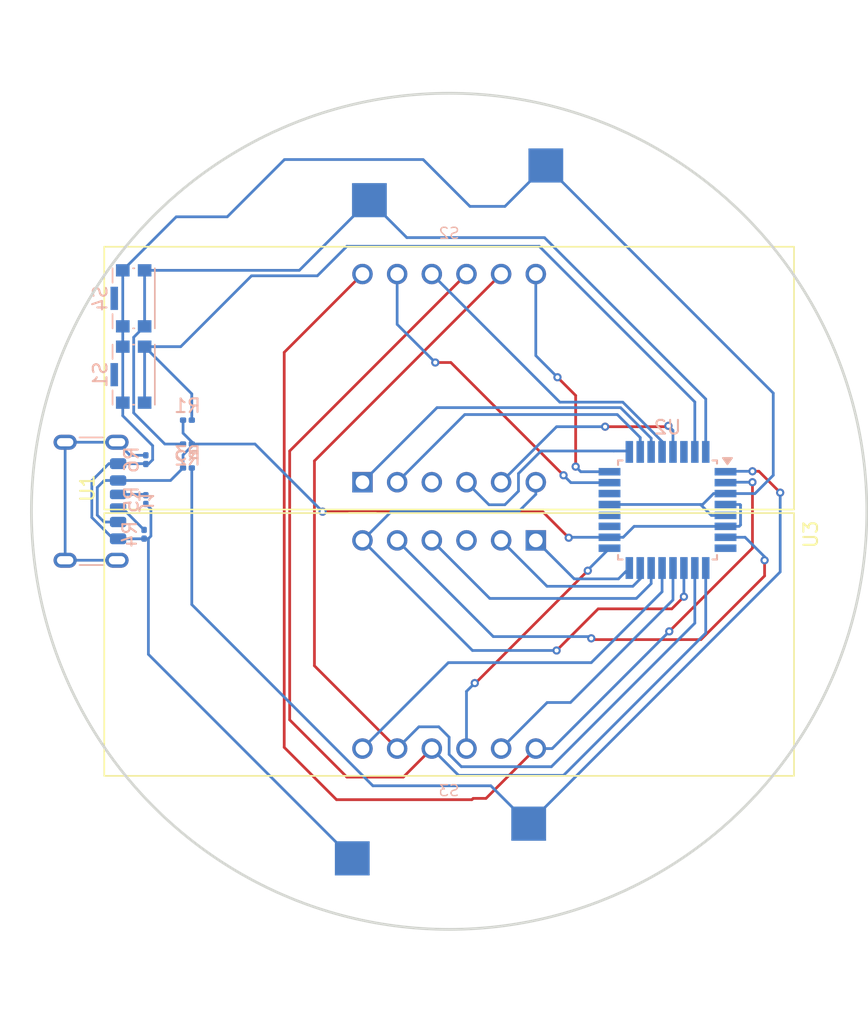
<source format=kicad_pcb>
(kicad_pcb (version 20240108) (generator "pcbnew") (generator_version "8.0")
  (layers (0 "F.Cu" signal) (31 "B.Cu" signal) (34 "B.Paste" user) (35 "F.Paste" user) (36 "B.SilkS" user "B.Silkscreen") (37 "F.SilkS" user "F.Silkscreen") (38 "B.Mask" user) (39 "F.Mask" user) (44 "Edge.Cuts" user))
  (net 0 "")
  (net 1 "GND")
  (net 2 "D1")
  (net 3 "Vcc")
  (net 4 "D2")
  (net 5 "D3")
  (net 6 "Net-(U1-c)")
  (net 7 "DIG4")
  (net 8 "Net-(U1-d)")
  (net 10 "Net-(U1-a)")
  (net 11 "Net-(U1-f)")
  (net 12 "DIG2")
  (net 13 "DIG1")
  (net 14 "Net-(U1-b)")
  (net 15 "DIG3")
  (net 16 "Net-(U1-g)")
  (net 17 "Net-(U1-e)")
  (net 18 "Net-(U2-PB1)")
  (net 21 "Net-(U2-PB2)")
  (net 22 "Net-(U2-PB5)")
  (net 23 "Net-(U2-PB4)")
  (net 25 "Net-(U2-PB0)")
  (net 28 "Net-(U2-PB3)")
  (net 29 "Net-(U2-XTAL1{slash}PB6)")
  (net 31 "Net-(J1-SHIELD)")
  (net 32 "Net-(J1-CC1)")
  (net 33 "Net-(J1-CC2)")
  (footprint "Display_7Segment:CA56-12CGKWA" (layer "F.Cu") (at 164.592 96.843 -90)
    (property "Reference" "U3" (at -0.44 -20.15 90) (layer "F.SilkS"))
    (property "Value" "CA56-12CGKWA")
    (fp_line (start -2 31.62) (end 17.24 31.62) (stroke (width 0.12)) (layer "F.SilkS"))
    (fp_line (start 17.24 31.62) (end 17.24 -18.92) (stroke (width 0.12)) (layer "F.SilkS"))
    (fp_line (start -2.25 -1) (end -2.25 1) (stroke (width 0.12)) (layer "F.SilkS"))
    (fp_line (start -2 -18.92) (end -2 31.62) (stroke (width 0.12)) (layer "F.SilkS"))
    (fp_line (start -2 -18.92) (end 17.24 -18.92) (stroke (width 0.12)) (layer "F.SilkS"))
    (pad "1" thru_hole rect (at 0 0 270) (size 1.5 1.5) (drill 1) (layers "*.Cu" "*.Mask") (net 23 "Net-(U2-PB4)"))
    (pad "2" thru_hole circle (at 0 2.54 270) (size 1.5 1.5) (drill 1) (layers "*.Cu" "*.Mask") (net 28 "Net-(U2-PB3)"))
    (pad "3" thru_hole circle (at 0 5.08 270) (size 1.5 1.5) (drill 1) (layers "*.Cu" "*.Mask"))
    (pad "4" thru_hole circle (at 0 7.62 270) (size 1.5 1.5) (drill 1) (layers "*.Cu" "*.Mask") (net 21 "Net-(U2-PB2)"))
    (pad "5" thru_hole circle (at 0 10.16 270) (size 1.5 1.5) (drill 1) (layers "*.Cu" "*.Mask") (net 29 "Net-(U2-XTAL1{slash}PB6)"))
    (pad "6" thru_hole circle (at 0 12.7 270) (size 1.5 1.5) (drill 1) (layers "*.Cu" "*.Mask") (net 7 "DIG4"))
    (pad "7" thru_hole circle (at 15.24 12.7 270) (size 1.5 1.5) (drill 1) (layers "*.Cu" "*.Mask") (net 18 "Net-(U2-PB1)"))
    (pad "8" thru_hole circle (at 15.24 10.16 270) (size 1.5 1.5) (drill 1) (layers "*.Cu" "*.Mask") (net 15 "DIG3"))
    (pad "9" thru_hole circle (at 15.24 7.62 270) (size 1.5 1.5) (drill 1) (layers "*.Cu" "*.Mask") (net 12 "DIG2"))
    (pad "10" thru_hole circle (at 15.24 5.08 270) (size 1.5 1.5) (drill 1) (layers "*.Cu" "*.Mask") (net 22 "Net-(U2-PB5)"))
    (pad "11" thru_hole circle (at 15.24 2.54 270) (size 1.5 1.5) (drill 1) (layers "*.Cu" "*.Mask") (net 25 "Net-(U2-PB0)"))
    (pad "12" thru_hole circle (at 15.24 0 270) (size 1.5 1.5) (drill 1) (layers "*.Cu" "*.Mask") (net 13 "DIG1"))
  )
  (footprint "Display_7Segment:CA56-12CGKWA" (layer "F.Cu") (at 151.892 92.583 90)
    (property "Reference" "U1" (at -0.44 -20.15 90) (layer "F.SilkS"))
    (property "Value" "CA56-12CGKWA")
    (fp_line (start -2 -18.92) (end 17.24 -18.92) (stroke (width 0.12)) (layer "F.SilkS"))
    (fp_line (start -2 -18.92) (end -2 31.62) (stroke (width 0.12)) (layer "F.SilkS"))
    (fp_line (start -2.25 -1) (end -2.25 1) (stroke (width 0.12)) (layer "F.SilkS"))
    (fp_line (start 17.24 31.62) (end 17.24 -18.92) (stroke (width 0.12)) (layer "F.SilkS"))
    (fp_line (start -2 31.62) (end 17.24 31.62) (stroke (width 0.12)) (layer "F.SilkS"))
    (pad "1" thru_hole rect (at 0 0 90) (size 1.5 1.5) (drill 1) (layers "*.Cu" "*.Mask") (net 17 "Net-(U1-e)"))
    (pad "2" thru_hole circle (at 0 2.54 90) (size 1.5 1.5) (drill 1) (layers "*.Cu" "*.Mask") (net 8 "Net-(U1-d)"))
    (pad "3" thru_hole circle (at 0 5.08 90) (size 1.5 1.5) (drill 1) (layers "*.Cu" "*.Mask"))
    (pad "4" thru_hole circle (at 0 7.62 90) (size 1.5 1.5) (drill 1) (layers "*.Cu" "*.Mask") (net 6 "Net-(U1-c)"))
    (pad "5" thru_hole circle (at 0 10.16 90) (size 1.5 1.5) (drill 1) (layers "*.Cu" "*.Mask") (net 16 "Net-(U1-g)"))
    (pad "6" thru_hole circle (at 0 12.7 90) (size 1.5 1.5) (drill 1) (layers "*.Cu" "*.Mask") (net 7 "DIG4"))
    (pad "7" thru_hole circle (at 15.24 12.7 90) (size 1.5 1.5) (drill 1) (layers "*.Cu" "*.Mask") (net 14 "Net-(U1-b)"))
    (pad "8" thru_hole circle (at 15.24 10.16 90) (size 1.5 1.5) (drill 1) (layers "*.Cu" "*.Mask") (net 15 "DIG3"))
    (pad "9" thru_hole circle (at 15.24 7.62 90) (size 1.5 1.5) (drill 1) (layers "*.Cu" "*.Mask") (net 12 "DIG2"))
    (pad "10" thru_hole circle (at 15.24 5.08 90) (size 1.5 1.5) (drill 1) (layers "*.Cu" "*.Mask") (net 11 "Net-(U1-f)"))
    (pad "11" thru_hole circle (at 15.24 2.54 90) (size 1.5 1.5) (drill 1) (layers "*.Cu" "*.Mask") (net 10 "Net-(U1-a)"))
    (pad "12" thru_hole circle (at 15.24 0 90) (size 1.5 1.5) (drill 1) (layers "*.Cu" "*.Mask") (net 13 "DIG1"))
  )
  (footprint "kbd:keyswitch_cherrymx_hotswap_1u" (layer "B.Cu") (at 158.2285 122.661 180)
    (property "Reference" "S3" (at 0 7.5 0) (layer "B.SilkS") (effects (font (size 0.8 0.8) (thickness 0.1) (bold yes)) (justify mirror)))
    (property "Value" "Keyswitch" (hide yes))
    (pad "" np_thru_hole circle (at -2.54 5.08 180) (size 3 3) (drill 3) (layers "F&B.Cu" "*.Mask"))
    (pad "" np_thru_hole circle (at 0 0 270) (size 4.1 4.1) (drill 4.1) (layers "*.Cu" "*.Mask"))
    (pad "" np_thru_hole circle (at 3.81 2.54 180) (size 3 3) (drill 3) (layers "F&B.Cu" "*.Mask"))
    (pad "1" smd rect (at 7.085 2.54) (size 2.55 2.5) (layers "B.Cu" "B.Paste" "B.Mask") (net 1 "GND"))
    (pad "2" smd rect (at -5.842 5.08) (size 2.55 2.5) (layers "B.Cu" "B.Paste" "B.Mask") (net 5 "D3"))
  )
  (footprint "Resistor_SMD:R_0201_0603Metric" (layer "B.Cu") (at 139.065 89.789)
    (property "Reference" "R2" (at 0 1.05 0) (layer "B.SilkS") (effects (justify mirror)))
    (property "Value" "1K")
    (pad "1" smd roundrect (at -0.32 0) (size 0.46 0.4) (layers "B.Cu" "B.Mask") (net 4 "D2"))
    (pad "2" smd roundrect (at 0.32 0) (size 0.46 0.4) (layers "B.Cu" "B.Mask") (net 3 "Vcc"))
  )
  (footprint "Resistor_SMD:R_0201_0603Metric" (layer "B.Cu") (at 136.017 93.853 -90)
    (property "Reference" "R5" (at 0 1.05 90) (layer "B.SilkS") (effects (justify mirror)))
    (property "Value" "5.11 K")
    (pad "1" smd roundrect (at -0.32 0 270) (size 0.46 0.4) (layers "B.Cu" "B.Mask") (net 33 "Net-(J1-CC2)"))
    (pad "2" smd roundrect (at 0.32 0 270) (size 0.46 0.4) (layers "B.Cu" "B.Mask") (net 1 "GND"))
  )
  (footprint "Resistor_SMD:R_0201_0603Metric" (layer "B.Cu") (at 139.065 88.039 180)
    (property "Reference" "R1" (at 0 1.05 0) (layer "B.SilkS") (effects (justify mirror)))
    (property "Value" "1K")
    (pad "1" smd roundrect (at -0.32 0 180) (size 0.46 0.4) (layers "B.Cu" "B.Mask") (net 2 "D1"))
    (pad "2" smd roundrect (at 0.32 0 180) (size 0.46 0.4) (layers "B.Cu" "B.Mask") (net 3 "Vcc"))
  )
  (footprint "kbd:keyswitch_cherrymx_hotswap_1u" (layer "B.Cu") (at 158.242 66.854821)
    (property "Reference" "S2" (at 0 7.5 0) (layer "B.SilkS") (effects (font (size 0.8 0.8) (thickness 0.1) (bold yes)) (justify mirror)))
    (property "Value" "Keyswitch" (hide yes))
    (pad "" np_thru_hole circle (at -2.54 5.08) (size 3 3) (drill 3) (layers "F&B.Cu" "*.Mask"))
    (pad "" np_thru_hole circle (at 0 0 90) (size 4.1 4.1) (drill 4.1) (layers "*.Cu" "*.Mask"))
    (pad "" np_thru_hole circle (at 3.81 2.54) (size 3 3) (drill 3) (layers "F&B.Cu" "*.Mask"))
    (pad "1" smd rect (at 7.085 2.54 180) (size 2.55 2.5) (layers "B.Cu" "B.Paste" "B.Mask") (net 1 "GND"))
    (pad "2" smd rect (at -5.842 5.08 180) (size 2.55 2.5) (layers "B.Cu" "B.Paste" "B.Mask") (net 4 "D2"))
  )
  (footprint "Button_Switch_SMD:SW_Push_1P1T-SH_NO_CK_KMR2xxG" (layer "B.Cu") (at 135.128 84.709 -90)
    (property "Reference" "S1" (at 0 2.45 90) (layer "B.SilkS") (effects (justify mirror)))
    (property "Value" "Keyswitch")
    (fp_line (start -2.2 1.55) (end -1.15 1.55) (stroke (width 0.12)) (layer "B.SilkS"))
    (fp_line (start 1.15 1.55) (end 2.2 1.55) (stroke (width 0.12)) (layer "B.SilkS"))
    (fp_line (start -2.2 0.05) (end -2.2 -0.05) (stroke (width 0.12)) (layer "B.SilkS"))
    (fp_line (start 2.2 0.05) (end 2.2 -0.05) (stroke (width 0.12)) (layer "B.SilkS"))
    (fp_line (start 2.2 -1.55) (end -2.2 -1.55) (stroke (width 0.12)) (layer "B.SilkS"))
    (pad "1" smd rect (at -2.05 0.8 270) (size 0.9 1) (layers "B.Cu" "B.Paste" "B.Mask") (net 1 "GND"))
    (pad "1" smd rect (at 2.05 0.8 270) (size 0.9 1) (layers "B.Cu" "B.Paste" "B.Mask") (net 1 "GND"))
    (pad "2" smd rect (at -2.05 -0.8 270) (size 0.9 1) (layers "B.Cu" "B.Paste" "B.Mask") (net 2 "D1"))
    (pad "2" smd rect (at 2.05 -0.8 270) (size 0.9 1) (layers "B.Cu" "B.Paste" "B.Mask") (net 2 "D1"))
    (pad "SH" smd rect (at 0 1.425 270) (size 1.7 0.55) (layers "B.Cu" "B.Paste" "B.Mask"))
  )
  (footprint "Resistor_SMD:R_0201_0603Metric" (layer "B.Cu") (at 135.89 96.393 -90)
    (property "Reference" "R4" (at 0 1.05 90) (layer "B.SilkS") (effects (justify mirror)))
    (property "Value" "5.11 K")
    (pad "1" smd roundrect (at -0.32 0 270) (size 0.46 0.4) (layers "B.Cu" "B.Mask") (net 32 "Net-(J1-CC1)"))
    (pad "2" smd roundrect (at 0.32 0 270) (size 0.46 0.4) (layers "B.Cu" "B.Mask") (net 1 "GND"))
  )
  (footprint "Resistor_SMD:R_0201_0603Metric" (layer "B.Cu") (at 136.017 90.932 -90)
    (property "Reference" "R6" (at 0 1.05 90) (layer "B.SilkS") (effects (justify mirror)))
    (property "Value" "1M resistor")
    (pad "1" smd roundrect (at -0.32 0 270) (size 0.46 0.4) (layers "B.Cu" "B.Mask") (net 31 "Net-(J1-SHIELD)"))
    (pad "2" smd roundrect (at 0.32 0 270) (size 0.46 0.4) (layers "B.Cu" "B.Mask") (net 1 "GND"))
  )
  (footprint "Button_Switch_SMD:SW_Push_1P1T-SH_NO_CK_KMR2xxG" (layer "B.Cu") (at 135.128 79.121 -90)
    (property "Reference" "S4" (at 0 2.45 90) (layer "B.SilkS") (effects (justify mirror)))
    (property "Value" "Keyswitch")
    (fp_line (start -2.2 1.55) (end -1.15 1.55) (stroke (width 0.12)) (layer "B.SilkS"))
    (fp_line (start 1.15 1.55) (end 2.2 1.55) (stroke (width 0.12)) (layer "B.SilkS"))
    (fp_line (start -2.2 0.05) (end -2.2 -0.05) (stroke (width 0.12)) (layer "B.SilkS"))
    (fp_line (start 2.2 0.05) (end 2.2 -0.05) (stroke (width 0.12)) (layer "B.SilkS"))
    (fp_line (start 2.2 -1.55) (end -2.2 -1.55) (stroke (width 0.12)) (layer "B.SilkS"))
    (pad "1" smd rect (at -2.05 0.8 270) (size 0.9 1) (layers "B.Cu" "B.Paste" "B.Mask") (net 1 "GND"))
    (pad "1" smd rect (at 2.05 0.8 270) (size 0.9 1) (layers "B.Cu" "B.Paste" "B.Mask") (net 1 "GND"))
    (pad "2" smd rect (at -2.05 -0.8 270) (size 0.9 1) (layers "B.Cu" "B.Paste" "B.Mask") (net 4 "D2"))
    (pad "2" smd rect (at 2.05 -0.8 270) (size 0.9 1) (layers "B.Cu" "B.Paste" "B.Mask") (net 4 "D2"))
    (pad "SH" smd rect (at 0 1.425 270) (size 1.7 0.55) (layers "B.Cu" "B.Paste" "B.Mask"))
  )
  (footprint "Connector_USB:USB_C_Receptacle_GCT_USB4125-xx-x_6P_TopMnt_Horizontal" (layer "B.Cu") (at 130.905 93.976 90)
    (property "Reference" "J1" (at 0 5.1 -90) (layer "B.SilkS") (effects (justify mirror)))
    (property "Value" "USB_C_Receptacle_PowerOnly_6P")
    (fp_line (start 4.67 1.95) (end 4.67 0.25) (stroke (width 0.12)) (layer "B.SilkS"))
    (fp_line (start -4.67 1.95) (end -4.67 0.25) (stroke (width 0.12)) (layer "B.SilkS"))
    (pad "A5" smd roundrect (at -0.5 3.08 90) (size 0.7 1.2) (layers "B.Cu" "B.Paste" "B.Mask") (net 32 "Net-(J1-CC1)"))
    (pad "A9" smd roundrect (at 1.52 3.08 270) (size 0.76 1.2) (layers "B.Cu" "B.Paste" "B.Mask") (net 3 "Vcc"))
    (pad "A12" smd roundrect (at 2.75 3.08 270) (size 0.8 1.2) (layers "B.Cu" "B.Paste" "B.Mask") (net 1 "GND"))
    (pad "B5" smd roundrect (at 0.5 3.08 270) (size 0.7 1.2) (layers "B.Cu" "B.Paste" "B.Mask") (net 33 "Net-(J1-CC2)"))
    (pad "B9" smd roundrect (at -1.52 3.08 90) (size 0.76 1.2) (layers "B.Cu" "B.Paste" "B.Mask") (net 3 "Vcc"))
    (pad "B12" smd roundrect (at -2.75 3.08 90) (size 0.8 1.2) (layers "B.Cu" "B.Paste" "B.Mask") (net 1 "GND"))
    (pad "S1" thru_hole oval (at -4.32 -0.8 90) (size 1.1 1.7) (drill oval 0.6 1.2) (layers "*.Cu" "*.Mask" "B.Paste") (net 31 "Net-(J1-SHIELD)"))
    (pad "S1" thru_hole oval (at -4.32 3 90) (size 1.1 1.7) (drill oval 0.6 1.2) (layers "*.Cu" "*.Mask" "B.Paste") (net 31 "Net-(J1-SHIELD)"))
    (pad "S1" thru_hole oval (at 4.32 -0.8 90) (size 1.1 1.7) (drill oval 0.6 1.2) (layers "*.Cu" "*.Mask" "B.Paste") (net 31 "Net-(J1-SHIELD)"))
    (pad "S1" thru_hole oval (at 4.32 3 90) (size 1.1 1.7) (drill oval 0.6 1.2) (layers "*.Cu" "*.Mask" "B.Paste") (net 31 "Net-(J1-SHIELD)"))
  )
  (footprint "Package_QFP:TQFP-32_7x7mm_P0.8mm" (layer "B.Cu") (at 174.244 94.615 180)
    (property "Reference" "U2" (at 0 6.05 0) (layer "B.SilkS") (effects (justify mirror)))
    (property "Value" "ATmega328-A")
    (fp_line (start 3.625 3.3) (end 3.625 3.625) (stroke (width 0.15)) (layer "B.SilkS"))
    (fp_line (start 3.625 -3.3) (end 3.625 -3.625) (stroke (width 0.15)) (layer "B.SilkS"))
    (fp_line (start 3.3 3.625) (end 3.625 3.625) (stroke (width 0.15)) (layer "B.SilkS"))
    (fp_line (start 3.3 -3.625) (end 3.625 -3.625) (stroke (width 0.15)) (layer "B.SilkS"))
    (fp_line (start -3.3 3.625) (end -3.625 3.625) (stroke (width 0.15)) (layer "B.SilkS"))
    (fp_line (start -3.3 -3.625) (end -3.625 -3.625) (stroke (width 0.15)) (layer "B.SilkS"))
    (fp_line (start -3.625 3.4) (end -3.625 3.625) (stroke (width 0.15)) (layer "B.SilkS"))
    (fp_line (start -3.625 -3.3) (end -3.625 -3.625) (stroke (width 0.15)) (layer "B.SilkS"))
    (fp_poly (pts (xy -4.39 3.34) (xy -4.73 3.81) (xy -4.05 3.81) (xy -4.39 3.34)) (stroke (width 0.12)) (fill solid) (layer "B.SilkS"))
    (pad "1" smd rect (at -4.25 2.8 180) (size 1.6 0.55) (layers "B.Cu" "B.Paste" "B.Mask") (net 5 "D3"))
    (pad "2" smd rect (at -4.25 2 180) (size 1.6 0.55) (layers "B.Cu" "B.Paste" "B.Mask") (net 13 "DIG1"))
    (pad "3" smd rect (at -4.25 1.2 180) (size 1.6 0.55) (layers "B.Cu" "B.Paste" "B.Mask") (net 1 "GND"))
    (pad "4" smd rect (at -4.25 0.4 180) (size 1.6 0.55) (layers "B.Cu" "B.Paste" "B.Mask") (net 3 "Vcc"))
    (pad "5" smd rect (at -4.25 -0.4 180) (size 1.6 0.55) (layers "B.Cu" "B.Paste" "B.Mask") (net 1 "GND"))
    (pad "6" smd rect (at -4.25 -1.2 180) (size 1.6 0.55) (layers "B.Cu" "B.Paste" "B.Mask") (net 3 "Vcc"))
    (pad "7" smd rect (at -4.25 -2 180) (size 1.6 0.55) (layers "B.Cu" "B.Paste" "B.Mask") (net 29 "Net-(U2-XTAL1{slash}PB6)"))
    (pad "8" smd rect (at -4.25 -2.8 180) (size 1.6 0.55) (layers "B.Cu" "B.Paste" "B.Mask"))
    (pad "9" smd rect (at -2.8 -4.25 90) (size 1.6 0.55) (layers "B.Cu" "B.Paste" "B.Mask") (net 12 "DIG2"))
    (pad "10" smd rect (at -2 -4.25 90) (size 1.6 0.55) (layers "B.Cu" "B.Paste" "B.Mask") (net 15 "DIG3"))
    (pad "11" smd rect (at -1.2 -4.25 90) (size 1.6 0.55) (layers "B.Cu" "B.Paste" "B.Mask") (net 7 "DIG4"))
    (pad "12" smd rect (at -0.4 -4.25 90) (size 1.6 0.55) (layers "B.Cu" "B.Paste" "B.Mask") (net 25 "Net-(U2-PB0)"))
    (pad "13" smd rect (at 0.4 -4.25 90) (size 1.6 0.55) (layers "B.Cu" "B.Paste" "B.Mask") (net 18 "Net-(U2-PB1)"))
    (pad "14" smd rect (at 1.2 -4.25 90) (size 1.6 0.55) (layers "B.Cu" "B.Paste" "B.Mask") (net 21 "Net-(U2-PB2)"))
    (pad "15" smd rect (at 2 -4.25 90) (size 1.6 0.55) (layers "B.Cu" "B.Paste" "B.Mask") (net 28 "Net-(U2-PB3)"))
    (pad "16" smd rect (at 2.8 -4.25 90) (size 1.6 0.55) (layers "B.Cu" "B.Paste" "B.Mask") (net 23 "Net-(U2-PB4)"))
    (pad "17" smd rect (at 4.25 -2.8 180) (size 1.6 0.55) (layers "B.Cu" "B.Paste" "B.Mask") (net 22 "Net-(U2-PB5)"))
    (pad "18" smd rect (at 4.25 -2 180) (size 1.6 0.55) (layers "B.Cu" "B.Paste" "B.Mask") (net 3 "Vcc"))
    (pad "19" smd rect (at 4.25 -1.2 180) (size 1.6 0.55) (layers "B.Cu" "B.Paste" "B.Mask"))
    (pad "20" smd rect (at 4.25 -0.4 180) (size 1.6 0.55) (layers "B.Cu" "B.Paste" "B.Mask"))
    (pad "21" smd rect (at 4.25 0.4 180) (size 1.6 0.55) (layers "B.Cu" "B.Paste" "B.Mask") (net 1 "GND"))
    (pad "22" smd rect (at 4.25 1.2 180) (size 1.6 0.55) (layers "B.Cu" "B.Paste" "B.Mask"))
    (pad "23" smd rect (at 4.25 2 180) (size 1.6 0.55) (layers "B.Cu" "B.Paste" "B.Mask") (net 10 "Net-(U1-a)"))
    (pad "24" smd rect (at 4.25 2.8 180) (size 1.6 0.55) (layers "B.Cu" "B.Paste" "B.Mask") (net 14 "Net-(U1-b)"))
    (pad "25" smd rect (at 2.8 4.25 90) (size 1.6 0.55) (layers "B.Cu" "B.Paste" "B.Mask") (net 6 "Net-(U1-c)"))
    (pad "26" smd rect (at 2 4.25 90) (size 1.6 0.55) (layers "B.Cu" "B.Paste" "B.Mask") (net 8 "Net-(U1-d)"))
    (pad "27" smd rect (at 1.2 4.25 90) (size 1.6 0.55) (layers "B.Cu" "B.Paste" "B.Mask") (net 17 "Net-(U1-e)"))
    (pad "28" smd rect (at 0.4 4.25 90) (size 1.6 0.55) (layers "B.Cu" "B.Paste" "B.Mask") (net 11 "Net-(U1-f)"))
    (pad "29" smd rect (at -0.4 4.25 90) (size 1.6 0.55) (layers "B.Cu" "B.Paste" "B.Mask") (net 16 "Net-(U1-g)"))
    (pad "30" smd rect (at -1.2 4.25 90) (size 1.6 0.55) (layers "B.Cu" "B.Paste" "B.Mask"))
    (pad "31" smd rect (at -2 4.25 90) (size 1.6 0.55) (layers "B.Cu" "B.Paste" "B.Mask") (net 2 "D1"))
    (pad "32" smd rect (at -2.8 4.25 90) (size 1.6 0.55) (layers "B.Cu" "B.Paste" "B.Mask") (net 4 "D2"))
  )
  (footprint "Resistor_SMD:R_0201_0603Metric" (layer "B.Cu") (at 139.065 91.539 180)
    (property "Reference" "R3" (at 0 1.05 0) (layer "B.SilkS") (effects (justify mirror)))
    (property "Value" "1K")
    (pad "1" smd roundrect (at -0.32 0 180) (size 0.46 0.4) (layers "B.Cu" "B.Mask") (net 5 "D3"))
    (pad "2" smd roundrect (at 0.32 0 180) (size 0.46 0.4) (layers "B.Cu" "B.Mask") (net 3 "Vcc"))
  )
  (gr_circle (center 158.242 94.713) (end 188.849 94.869) (stroke (width 0.2)) (fill none) (layer "Edge.Cuts"))
  (segment (start 135.991 91.226) (end 136.017 91.252) (width 0.2) (layer "B.Cu") (net 1))
  (segment (start 136.205 96.713) (end 135.89 96.713) (width 0.2) (layer "B.Cu") (net 1))
  (segment (start 177.457 95.015) (end 178.494 95.015) (width 0.2) (layer "B.Cu") (net 1))
  (segment (start 138.247 73.152) (end 141.986 73.152) (width 0.2) (layer "B.Cu") (net 1))
  (segment (start 136.39 96.528) (end 136.205 96.713) (width 0.2) (layer "B.Cu") (net 1))
  (segment (start 133.625314 96.726) (end 132.061 95.161686) (width 0.2) (layer "B.Cu") (net 1))
  (segment (start 136.017 94.173) (end 136.39 94.546) (width 0.2) (layer "B.Cu") (net 1))
  (segment (start 176.657 94.215) (end 177.457 95.015) (width 0.2) (layer "B.Cu") (net 1))
  (segment (start 136.017 91.252) (end 136.205 91.252) (width 0.2) (layer "B.Cu") (net 1))
  (segment (start 136.517 89.908) (end 134.328 87.719) (width 0.2) (layer "B.Cu") (net 1))
  (segment (start 134.328 87.719) (end 134.328 86.759) (width 0.2) (layer "B.Cu") (net 1))
  (segment (start 169.994 94.215) (end 176.657 94.215) (width 0.2) (layer "B.Cu") (net 1))
  (segment (start 136.517 90.94) (end 136.517 89.908) (width 0.2) (layer "B.Cu") (net 1))
  (segment (start 132.061 92.475) (end 133.31 91.226) (width 0.2) (layer "B.Cu") (net 1))
  (segment (start 181.991 86.058821) (end 165.327 69.394821) (width 0.2) (layer "B.Cu") (net 1))
  (segment (start 176.657 94.215) (end 176.819 94.215) (width 0.2) (layer "B.Cu") (net 1))
  (segment (start 136.205 105.1825) (end 151.1435 120.121) (width 0.2) (layer "B.Cu") (net 1))
  (segment (start 134.328 77.071) (end 138.247 73.152) (width 0.2) (layer "B.Cu") (net 1))
  (segment (start 136.205 96.713) (end 136.205 105.1825) (width 0.2) (layer "B.Cu") (net 1))
  (segment (start 134.328 77.071) (end 134.328 81.171) (width 0.2) (layer "B.Cu") (net 1))
  (segment (start 162.331821 72.39) (end 165.327 69.394821) (width 0.2) (layer "B.Cu") (net 1))
  (segment (start 133.985 96.726) (end 133.625314 96.726) (width 0.2) (layer "B.Cu") (net 1))
  (segment (start 146.177 68.961) (end 156.337 68.961) (width 0.2) (layer "B.Cu") (net 1))
  (segment (start 136.205 91.252) (end 136.517 90.94) (width 0.2) (layer "B.Cu") (net 1))
  (segment (start 133.31 91.226) (end 133.985 91.226) (width 0.2) (layer "B.Cu") (net 1))
  (segment (start 134.328 82.659) (end 134.328 86.759) (width 0.2) (layer "B.Cu") (net 1))
  (segment (start 133.985 96.726) (end 135.877 96.726) (width 0.2) (layer "B.Cu") (net 1))
  (segment (start 141.986 73.152) (end 146.177 68.961) (width 0.2) (layer "B.Cu") (net 1))
  (segment (start 176.819 94.215) (end 177.619 93.415) (width 0.2) (layer "B.Cu") (net 1))
  (segment (start 133.985 91.226) (end 135.991 91.226) (width 0.2) (layer "B.Cu") (net 1))
  (segment (start 134.328 77.071) (end 134.328 77) (width 0.2) (layer "B.Cu") (net 1))
  (segment (start 134.328 81.171) (end 134.328 82.659) (width 0.2) (layer "B.Cu") (net 1))
  (segment (start 136.39 94.546) (end 136.39 96.528) (width 0.2) (layer "B.Cu") (net 1))
  (segment (start 159.766 72.39) (end 162.331821 72.39) (width 0.2) (layer "B.Cu") (net 1))
  (segment (start 156.337 68.961) (end 159.766 72.39) (width 0.2) (layer "B.Cu") (net 1))
  (segment (start 177.619 93.415) (end 178.494 93.415) (width 0.2) (layer "B.Cu") (net 1))
  (segment (start 135.877 96.726) (end 135.89 96.713) (width 0.2) (layer "B.Cu") (net 1))
  (segment (start 181.991 92.075) (end 181.991 86.058821) (width 0.2) (layer "B.Cu") (net 1))
  (segment (start 178.494 93.415) (end 180.651 93.415) (width 0.2) (layer "B.Cu") (net 1))
  (segment (start 180.651 93.415) (end 181.991 92.075) (width 0.2) (layer "B.Cu") (net 1))
  (segment (start 132.061 95.161686) (end 132.061 92.475) (width 0.2) (layer "B.Cu") (net 1))
  (segment (start 139.385 88.039) (end 139.385 86.116) (width 0.2) (layer "B.Cu") (net 2))
  (segment (start 150.749 75.311) (end 148.589 77.471) (width 0.2) (layer "B.Cu") (net 2))
  (segment (start 164.846 75.311) (end 150.749 75.311) (width 0.2) (layer "B.Cu") (net 2))
  (segment (start 139.385 86.116) (end 135.928 82.659) (width 0.2) (layer "B.Cu") (net 2))
  (segment (start 176.244 86.709) (end 164.846 75.311) (width 0.2) (layer "B.Cu") (net 2))
  (segment (start 135.928 82.659) (end 135.928 86.759) (width 0.2) (layer "B.Cu") (net 2))
  (segment (start 138.575 82.659) (end 135.928 82.659) (width 0.2) (layer "B.Cu") (net 2))
  (segment (start 176.244 90.365) (end 176.244 86.709) (width 0.2) (layer "B.Cu") (net 2))
  (segment (start 143.763 77.471) (end 138.575 82.659) (width 0.2) (layer "B.Cu") (net 2))
  (segment (start 148.589 77.471) (end 143.763 77.471) (width 0.2) (layer "B.Cu") (net 2))
  (segment (start 148.971 94.742) (end 165.1 94.742) (width 0.2) (layer "F.Cu") (net 3))
  (segment (start 165.1 94.742) (end 167.005 96.647) (width 0.2) (layer "F.Cu") (net 3))
  (via (at 148.971 94.742) (size 0.6) (drill 0.3) (layers "F.Cu" "B.Cu") (net 3))
  (via (at 167.005 96.647) (size 0.6) (drill 0.3) (layers "F.Cu" "B.Cu") (net 3))
  (segment (start 139.385 89.789) (end 144.018 89.789) (width 0.2) (layer "B.Cu") (net 3))
  (segment (start 179.559 94.215) (end 178.494 94.215) (width 0.2) (layer "B.Cu") (net 3))
  (segment (start 179.594 94.25) (end 179.559 94.215) (width 0.2) (layer "B.Cu") (net 3))
  (segment (start 138.745 90.587456) (end 139.385 89.947456) (width 0.2) (layer "B.Cu") (net 3))
  (segment (start 167.005 96.647) (end 167.037 96.615) (width 0.2) (layer "B.Cu") (net 3))
  (segment (start 138.745 88.039) (end 138.745 88.990544) (width 0.2) (layer "B.Cu") (net 3))
  (segment (start 170.994 96.615) (end 171.794 95.815) (width 0.2) (layer "B.Cu") (net 3))
  (segment (start 133.985 92.456) (end 137.828 92.456) (width 0.2) (layer "B.Cu") (net 3))
  (segment (start 132.969 92.456) (end 132.461 92.964) (width 0.2) (layer "B.Cu") (net 3))
  (segment (start 138.745 88.990544) (end 139.385 89.630544) (width 0.2) (layer "B.Cu") (net 3))
  (segment (start 139.385 89.630544) (end 139.385 89.789) (width 0.2) (layer "B.Cu") (net 3))
  (segment (start 139.385 89.947456) (end 139.385 89.789) (width 0.2) (layer "B.Cu") (net 3))
  (segment (start 132.961 95.496) (end 133.985 95.496) (width 0.2) (layer "B.Cu") (net 3))
  (segment (start 169.994 96.615) (end 170.994 96.615) (width 0.2) (layer "B.Cu") (net 3))
  (segment (start 179.594 95.715) (end 179.594 94.25) (width 0.2) (layer "B.Cu") (net 3))
  (segment (start 132.461 94.996) (end 132.961 95.496) (width 0.2) (layer "B.Cu") (net 3))
  (segment (start 133.985 92.456) (end 132.969 92.456) (width 0.2) (layer "B.Cu") (net 3))
  (segment (start 132.461 92.964) (end 132.461 94.996) (width 0.2) (layer "B.Cu") (net 3))
  (segment (start 144.018 89.789) (end 148.971 94.742) (width 0.2) (layer "B.Cu") (net 3))
  (segment (start 137.828 92.456) (end 138.745 91.539) (width 0.2) (layer "B.Cu") (net 3))
  (segment (start 138.745 91.539) (end 138.745 90.587456) (width 0.2) (layer "B.Cu") (net 3))
  (segment (start 178.494 95.815) (end 179.494 95.815) (width 0.2) (layer "B.Cu") (net 3))
  (segment (start 171.794 95.815) (end 178.494 95.815) (width 0.2) (layer "B.Cu") (net 3))
  (segment (start 167.037 96.615) (end 169.994 96.615) (width 0.2) (layer "B.Cu") (net 3))
  (segment (start 179.494 95.815) (end 179.594 95.715) (width 0.2) (layer "B.Cu") (net 3))
  (segment (start 138.745 89.789) (end 137.408 89.789) (width 0.2) (layer "B.Cu") (net 4))
  (segment (start 177.044 86.493) (end 165.227 74.676) (width 0.2) (layer "B.Cu") (net 4))
  (segment (start 137.408 89.789) (end 135.128 87.509) (width 0.2) (layer "B.Cu") (net 4))
  (segment (start 177.044 90.365) (end 177.044 86.493) (width 0.2) (layer "B.Cu") (net 4))
  (segment (start 155.141179 74.676) (end 152.4 71.934821) (width 0.2) (layer "B.Cu") (net 4))
  (segment (start 135.928 77.071) (end 135.928 81.171) (width 0.2) (layer "B.Cu") (net 4))
  (segment (start 147.263821 77.071) (end 152.4 71.934821) (width 0.2) (layer "B.Cu") (net 4))
  (segment (start 135.928 77.071) (end 147.263821 77.071) (width 0.2) (layer "B.Cu") (net 4))
  (segment (start 135.128 87.509) (end 135.128 81.971) (width 0.2) (layer "B.Cu") (net 4))
  (segment (start 135.128 81.971) (end 135.928 81.171) (width 0.2) (layer "B.Cu") (net 4))
  (segment (start 165.227 74.676) (end 155.141179 74.676) (width 0.2) (layer "B.Cu") (net 4))
  (segment (start 182.499 93.345) (end 180.936997 91.782997) (width 0.2) (layer "F.Cu") (net 5))
  (segment (start 180.936997 91.782997) (end 180.467 91.782997) (width 0.2) (layer "F.Cu") (net 5))
  (via (at 180.467 91.782997) (size 0.6) (drill 0.3) (layers "F.Cu" "B.Cu") (net 5))
  (via (at 182.499 93.345) (size 0.6) (drill 0.3) (layers "F.Cu" "B.Cu") (net 5))
  (segment (start 152.654 114.808) (end 139.385 101.539) (width 0.2) (layer "B.Cu") (net 5))
  (segment (start 164.0705 117.581) (end 161.2975 114.808) (width 0.2) (layer "B.Cu") (net 5))
  (segment (start 164.0705 117.581) (end 182.499 99.1525) (width 0.2) (layer "B.Cu") (net 5))
  (segment (start 178.526003 91.782997) (end 178.494 91.815) (width 0.2) (layer "B.Cu") (net 5))
  (segment (start 139.385 101.539) (end 139.385 91.539) (width 0.2) (layer "B.Cu") (net 5))
  (segment (start 182.499 99.1525) (end 182.499 93.345) (width 0.2) (layer "B.Cu") (net 5))
  (segment (start 180.467 91.782997) (end 178.526003 91.782997) (width 0.2) (layer "B.Cu") (net 5))
  (segment (start 161.2975 114.808) (end 152.654 114.808) (width 0.2) (layer "B.Cu") (net 5))
  (segment (start 161.163 94.234) (end 159.512 92.583) (width 0.2) (layer "B.Cu") (net 6))
  (segment (start 163.322 93.237925) (end 162.325925 94.234) (width 0.2) (layer "B.Cu") (net 6))
  (segment (start 170.307 90.297) (end 171.376 90.297) (width 0.2) (layer "B.Cu") (net 6))
  (segment (start 163.322 91.948) (end 163.322 93.237925) (width 0.2) (layer "B.Cu") (net 6))
  (segment (start 170.307 90.297) (end 164.973 90.297) (width 0.2) (layer "B.Cu") (net 6))
  (segment (start 171.376 90.297) (end 171.444 90.365) (width 0.2) (layer "B.Cu") (net 6))
  (segment (start 162.325925 94.234) (end 161.163 94.234) (width 0.2) (layer "B.Cu") (net 6))
  (segment (start 164.973 90.297) (end 163.322 91.948) (width 0.2) (layer "B.Cu") (net 6))
  (segment (start 174.555 101.854) (end 169.164 101.854) (width 0.2) (layer "F.Cu") (net 7))
  (segment (start 175.444 100.965) (end 174.555 101.854) (width 0.2) (layer "F.Cu") (net 7))
  (segment (start 169.164 101.854) (end 166.116 104.902) (width 0.2) (layer "F.Cu") (net 7))
  (via (at 166.116 104.902) (size 0.6) (drill 0.3) (layers "F.Cu" "B.Cu") (net 7))
  (via (at 175.444 100.965) (size 0.6) (drill 0.3) (layers "F.Cu" "B.Cu") (net 7))
  (segment (start 159.951 104.902) (end 166.116 104.902) (width 0.2) (layer "B.Cu") (net 7))
  (segment (start 151.892 96.843) (end 159.951 104.902) (width 0.2) (layer "B.Cu") (net 7))
  (segment (start 153.993 94.742) (end 151.892 96.843) (width 0.2) (layer "B.Cu") (net 7))
  (segment (start 164.592 93.472) (end 163.322 94.742) (width 0.2) (layer "B.Cu") (net 7))
  (segment (start 175.444 100.965) (end 175.444 98.865) (width 0.2) (layer "B.Cu") (net 7))
  (segment (start 163.322 94.742) (end 153.993 94.742) (width 0.2) (layer "B.Cu") (net 7))
  (segment (start 164.592 92.583) (end 164.592 93.472) (width 0.2) (layer "B.Cu") (net 7))
  (segment (start 170.561 87.63) (end 172.244 89.313) (width 0.2) (layer "B.Cu") (net 8))
  (segment (start 154.432 92.583) (end 159.385 87.63) (width 0.2) (layer "B.Cu") (net 8))
  (segment (start 172.244 89.313) (end 172.244 90.365) (width 0.2) (layer "B.Cu") (net 8))
  (segment (start 159.385 87.63) (end 170.561 87.63) (width 0.2) (layer "B.Cu") (net 8))
  (segment (start 158.369 83.82) (end 157.226 83.82) (width 0.2) (layer "F.Cu") (net 10))
  (segment (start 166.624 92.075) (end 158.369 83.82) (width 0.2) (layer "F.Cu") (net 10))
  (via (at 166.624 92.075) (size 0.6) (drill 0.3) (layers "F.Cu" "B.Cu") (net 10))
  (via (at 157.226 83.82) (size 0.6) (drill 0.3) (layers "F.Cu" "B.Cu") (net 10))
  (segment (start 167.164 92.615) (end 166.624 92.075) (width 0.2) (layer "B.Cu") (net 10))
  (segment (start 169.994 92.615) (end 167.164 92.615) (width 0.2) (layer "B.Cu") (net 10))
  (segment (start 157.226 83.82) (end 154.432 81.026) (width 0.2) (layer "B.Cu") (net 10))
  (segment (start 154.432 81.026) (end 154.432 77.343) (width 0.2) (layer "B.Cu") (net 10))
  (segment (start 166.351 86.722) (end 170.966686 86.722) (width 0.2) (layer "B.Cu") (net 11))
  (segment (start 170.966686 86.722) (end 173.844 89.599314) (width 0.2) (layer "B.Cu") (net 11))
  (segment (start 156.972 77.343) (end 166.351 86.722) (width 0.2) (layer "B.Cu") (net 11))
  (segment (start 173.844 89.599314) (end 173.844 90.365) (width 0.2) (layer "B.Cu") (net 11))
  (segment (start 150.749 114.173) (end 154.882 114.173) (width 0.2) (layer "F.Cu") (net 12))
  (segment (start 146.558 90.297) (end 146.558 109.982) (width 0.2) (layer "F.Cu") (net 12))
  (segment (start 154.882 114.173) (end 156.972 112.083) (width 0.2) (layer "F.Cu") (net 12))
  (segment (start 146.558 109.982) (end 150.749 114.173) (width 0.2) (layer "F.Cu") (net 12))
  (segment (start 159.512 77.343) (end 146.558 90.297) (width 0.2) (layer "F.Cu") (net 12))
  (segment (start 166.624 114.046) (end 177.044 103.626) (width 0.2) (layer "B.Cu") (net 12))
  (segment (start 158.935 114.046) (end 166.624 114.046) (width 0.2) (layer "B.Cu") (net 12))
  (segment (start 177.044 103.626) (end 177.044 98.865) (width 0.2) (layer "B.Cu") (net 12))
  (segment (start 156.972 112.083) (end 158.935 114.046) (width 0.2) (layer "B.Cu") (net 12))
  (segment (start 160.944 115.731) (end 164.592 112.083) (width 0.2) (layer "F.Cu") (net 13))
  (segment (start 159.909205 115.824) (end 160.002205 115.731) (width 0.2) (layer "F.Cu") (net 13))
  (segment (start 180.467 97.409) (end 180.467 92.583) (width 0.2) (layer "F.Cu") (net 13))
  (segment (start 174.371 103.505) (end 180.467 97.409) (width 0.2) (layer "F.Cu") (net 13))
  (segment (start 146.158 111.995) (end 149.987 115.824) (width 0.2) (layer "F.Cu") (net 13))
  (segment (start 149.987 115.824) (end 159.909205 115.824) (width 0.2) (layer "F.Cu") (net 13))
  (segment (start 151.892 77.343) (end 146.158 83.077) (width 0.2) (layer "F.Cu") (net 13))
  (segment (start 160.002205 115.731) (end 160.944 115.731) (width 0.2) (layer "F.Cu") (net 13))
  (segment (start 146.158 83.077) (end 146.158 111.995) (width 0.2) (layer "F.Cu") (net 13))
  (via (at 180.467 92.583) (size 0.6) (drill 0.3) (layers "F.Cu" "B.Cu") (net 13))
  (via (at 174.371 103.505) (size 0.6) (drill 0.3) (layers "F.Cu" "B.Cu") (net 13))
  (segment (start 178.526 92.583) (end 178.494 92.615) (width 0.2) (layer "B.Cu") (net 13))
  (segment (start 180.467 92.583) (end 178.526 92.583) (width 0.2) (layer "B.Cu") (net 13))
  (segment (start 164.592 112.083) (end 165.793 112.083) (width 0.2) (layer "B.Cu") (net 13))
  (segment (start 165.793 112.083) (end 174.371 103.505) (width 0.2) (layer "B.Cu") (net 13))
  (segment (start 167.513 86.233) (end 167.513 91.44) (width 0.2) (layer "F.Cu") (net 14))
  (segment (start 166.1795 84.8995) (end 167.513 86.233) (width 0.2) (layer "F.Cu") (net 14))
  (via (at 166.1795 84.8995) (size 0.6) (drill 0.3) (layers "F.Cu" "B.Cu") (net 14))
  (via (at 167.513 91.44) (size 0.6) (drill 0.3) (layers "F.Cu" "B.Cu") (net 14))
  (segment (start 166.1795 84.8995) (end 164.592 83.312) (width 0.2) (layer "B.Cu") (net 14))
  (segment (start 167.888 91.815) (end 169.994 91.815) (width 0.2) (layer "B.Cu") (net 14))
  (segment (start 164.592 83.312) (end 164.592 77.343) (width 0.2) (layer "B.Cu") (net 14))
  (segment (start 167.513 91.44) (end 167.888 91.815) (width 0.2) (layer "B.Cu") (net 14))
  (segment (start 148.371 91.024) (end 148.371 106.022) (width 0.2) (layer "F.Cu") (net 15))
  (segment (start 148.371 106.022) (end 154.432 112.083) (width 0.2) (layer "F.Cu") (net 15))
  (segment (start 162.052 77.343) (end 148.371 91.024) (width 0.2) (layer "F.Cu") (net 15))
  (segment (start 159.1405 113.411) (end 165.735 113.411) (width 0.2) (layer "B.Cu") (net 15))
  (segment (start 157.48 110.49) (end 158.242 111.252) (width 0.2) (layer "B.Cu") (net 15))
  (segment (start 158.242 112.5125) (end 159.1405 113.411) (width 0.2) (layer "B.Cu") (net 15))
  (segment (start 156.025 110.49) (end 157.48 110.49) (width 0.2) (layer "B.Cu") (net 15))
  (segment (start 165.735 113.411) (end 176.244 102.902) (width 0.2) (layer "B.Cu") (net 15))
  (segment (start 154.432 112.083) (end 156.025 110.49) (width 0.2) (layer "B.Cu") (net 15))
  (segment (start 176.244 102.902) (end 176.244 98.865) (width 0.2) (layer "B.Cu") (net 15))
  (segment (start 158.242 111.252) (end 158.242 112.5125) (width 0.2) (layer "B.Cu") (net 15))
  (segment (start 169.672 88.519) (end 174.244 88.519) (width 0.2) (layer "F.Cu") (net 16))
  (segment (start 174.244 88.519) (end 174.3075 88.4555) (width 0.2) (layer "F.Cu") (net 16))
  (via (at 169.672 88.519) (size 0.6) (drill 0.3) (layers "F.Cu" "B.Cu") (net 16))
  (via (at 174.3075 88.4555) (size 0.6) (drill 0.3) (layers "F.Cu" "B.Cu") (net 16))
  (segment (start 174.3075 88.4555) (end 174.644 88.792) (width 0.2) (layer "B.Cu") (net 16))
  (segment (start 174.644 88.792) (end 174.644 90.365) (width 0.2) (layer "B.Cu") (net 16))
  (segment (start 169.672 88.519) (end 166.116 88.519) (width 0.2) (layer "B.Cu") (net 16))
  (segment (start 166.116 88.519) (end 162.052 92.583) (width 0.2) (layer "B.Cu") (net 16))
  (segment (start 151.892 92.583) (end 157.353 87.122) (width 0.2) (layer "B.Cu") (net 17))
  (segment (start 157.353 87.122) (end 170.801 87.122) (width 0.2) (layer "B.Cu") (net 17))
  (segment (start 173.044 89.365) (end 173.044 90.365) (width 0.2) (layer "B.Cu") (net 17))
  (segment (start 170.801 87.122) (end 173.044 89.365) (width 0.2) (layer "B.Cu") (net 17))
  (segment (start 151.892 112.083) (end 158.184 105.791) (width 0.2) (layer "B.Cu") (net 18))
  (segment (start 173.844 100.603) (end 173.844 98.865) (width 0.2) (layer "B.Cu") (net 18))
  (segment (start 158.184 105.791) (end 168.656 105.791) (width 0.2) (layer "B.Cu") (net 18))
  (segment (start 168.656 105.791) (end 173.844 100.603) (width 0.2) (layer "B.Cu") (net 18))
  (segment (start 161.221 101.092) (end 171.958 101.092) (width 0.2) (layer "B.Cu") (net 21))
  (segment (start 171.958 101.092) (end 173.044 100.006) (width 0.2) (layer "B.Cu") (net 21))
  (segment (start 156.972 96.843) (end 161.221 101.092) (width 0.2) (layer "B.Cu") (net 21))
  (segment (start 173.044 100.006) (end 173.044 98.865) (width 0.2) (layer "B.Cu") (net 21))
  (segment (start 168.402 99.06) (end 160.1735 107.2885) (width 0.2) (layer "F.Cu") (net 22))
  (segment (start 160.1735 107.2885) (end 160.1205 107.2885) (width 0.2) (layer "F.Cu") (net 22))
  (via (at 168.402 99.06) (size 0.6) (drill 0.3) (layers "F.Cu" "B.Cu") (net 22))
  (via (at 160.1205 107.2885) (size 0.6) (drill 0.3) (layers "F.Cu" "B.Cu") (net 22))
  (segment (start 168.402 99.007) (end 169.994 97.415) (width 0.2) (layer "B.Cu") (net 22))
  (segment (start 168.402 99.06) (end 168.402 99.007) (width 0.2) (layer "B.Cu") (net 22))
  (segment (start 160.1205 107.2885) (end 159.512 107.897) (width 0.2) (layer "B.Cu") (net 22))
  (segment (start 159.512 107.897) (end 159.512 112.083) (width 0.2) (layer "B.Cu") (net 22))
  (segment (start 167.409 99.66) (end 170.649 99.66) (width 0.2) (layer "B.Cu") (net 23))
  (segment (start 164.592 96.843) (end 167.409 99.66) (width 0.2) (layer "B.Cu") (net 23))
  (segment (start 170.649 99.66) (end 171.444 98.865) (width 0.2) (layer "B.Cu") (net 23))
  (segment (start 174.644 101.2) (end 174.644 98.865) (width 0.2) (layer "B.Cu") (net 25))
  (segment (start 162.052 112.083) (end 165.423 108.712) (width 0.2) (layer "B.Cu") (net 25))
  (segment (start 165.423 108.712) (end 167.132 108.712) (width 0.2) (layer "B.Cu") (net 25))
  (segment (start 167.132 108.712) (end 174.644 101.2) (width 0.2) (layer "B.Cu") (net 25))
  (segment (start 172.244 99.663) (end 172.244 98.865) (width 0.2) (layer "B.Cu") (net 28))
  (segment (start 171.704 100.203) (end 172.244 99.663) (width 0.2) (layer "B.Cu") (net 28))
  (segment (start 165.412 100.203) (end 171.704 100.203) (width 0.2) (layer "B.Cu") (net 28))
  (segment (start 162.052 96.843) (end 165.412 100.203) (width 0.2) (layer "B.Cu") (net 28))
  (segment (start 168.748 104.105) (end 176.692 104.105) (width 0.2) (layer "F.Cu") (net 29))
  (segment (start 168.656 104.013) (end 168.748 104.105) (width 0.2) (layer "F.Cu") (net 29))
  (segment (start 181.356 99.441) (end 181.356 98.298) (width 0.2) (layer "F.Cu") (net 29))
  (segment (start 176.692 104.105) (end 181.356 99.441) (width 0.2) (layer "F.Cu") (net 29))
  (via (at 181.356 98.298) (size 0.6) (drill 0.3) (layers "F.Cu" "B.Cu") (net 29))
  (via (at 168.656 104.013) (size 0.6) (drill 0.3) (layers "F.Cu" "B.Cu") (net 29))
  (segment (start 181.356 98.298) (end 181.356 98.044) (width 0.2) (layer "B.Cu") (net 29))
  (segment (start 168.656 104.013) (end 168.529 103.886) (width 0.2) (layer "B.Cu") (net 29))
  (segment (start 179.927 96.615) (end 178.494 96.615) (width 0.2) (layer "B.Cu") (net 29))
  (segment (start 161.475 103.886) (end 154.432 96.843) (width 0.2) (layer "B.Cu") (net 29))
  (segment (start 168.529 103.886) (end 161.475 103.886) (width 0.2) (layer "B.Cu") (net 29))
  (segment (start 181.356 98.044) (end 179.927 96.615) (width 0.2) (layer "B.Cu") (net 29))
  (segment (start 133.905 89.656) (end 130.105 89.656) (width 0.2) (layer "B.Cu") (net 31))
  (segment (start 136.017 90.612) (end 134.861 90.612) (width 0.2) (layer "B.Cu") (net 31))
  (segment (start 134.861 90.612) (end 133.905 89.656) (width 0.2) (layer "B.Cu") (net 31))
  (segment (start 133.905 98.296) (end 130.105 98.296) (width 0.2) (layer "B.Cu") (net 31))
  (segment (start 130.105 89.656) (end 130.105 98.296) (width 0.2) (layer "B.Cu") (net 31))
  (segment (start 134.293 94.476) (end 133.985 94.476) (width 0.2) (layer "B.Cu") (net 32))
  (segment (start 135.89 96.073) (end 134.293 94.476) (width 0.2) (layer "B.Cu") (net 32))
  (segment (start 133.985 93.476) (end 135.96 93.476) (width 0.2) (layer "B.Cu") (net 33))
  (segment (start 135.96 93.476) (end 136.017 93.533) (width 0.2) (layer "B.Cu") (net 33))
)
</source>
